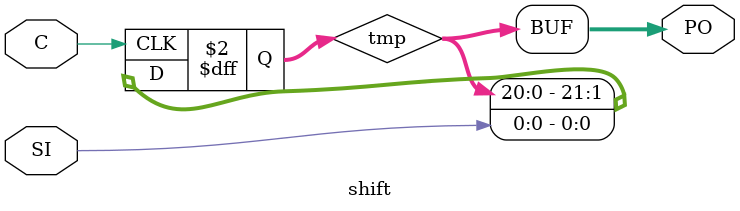
<source format=v>
`timescale 1ns / 1ps


module shift(
    input C,
    input SI,
    output [21:0] PO
    );
    parameter LENGTH = 22;
    reg [LENGTH-1:0] tmp;
    
    always @(negedge C)
    begin
        tmp = {tmp[LENGTH-2:0],SI};
    end
    assign PO = tmp;
endmodule

</source>
